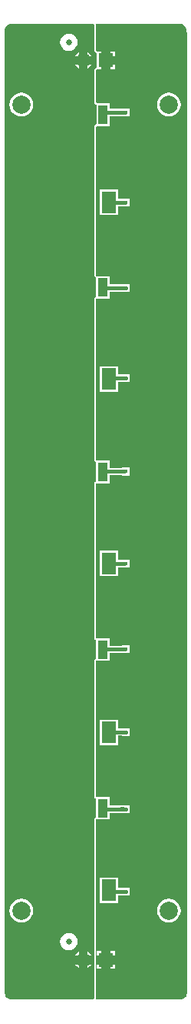
<source format=gtl>
G04*
G04 #@! TF.GenerationSoftware,Altium Limited,Altium Designer,20.1.14 (287)*
G04*
G04 Layer_Physical_Order=1*
G04 Layer_Color=255*
%FSLAX44Y44*%
%MOMM*%
G71*
G04*
G04 #@! TF.SameCoordinates,F9CCF83C-BBFD-4EAF-9253-F7A08A0B78FC*
G04*
G04*
G04 #@! TF.FilePolarity,Positive*
G04*
G01*
G75*
%ADD26C,0.4000*%
%ADD27R,1.6000X2.4000*%
%ADD28R,0.4500X0.4500*%
%ADD29R,2.1000X2.1000*%
%ADD30R,1.1000X2.1000*%
%ADD31R,1.5750X1.5750*%
%ADD32C,1.5750*%
%ADD33C,0.6500*%
%ADD34C,2.0000*%
G36*
X882338Y1298013D02*
X883721Y1297440D01*
X884966Y1296608D01*
X886025Y1295550D01*
X886857Y1294304D01*
X887430Y1292921D01*
X887722Y1291452D01*
Y1290704D01*
X887887Y1289874D01*
X888003Y1289037D01*
X888017Y1289012D01*
X888017Y233038D01*
Y232289D01*
X887725Y230820D01*
X887152Y229437D01*
X886320Y228191D01*
X885261Y227133D01*
X884016Y226301D01*
X882633Y225728D01*
X881164Y225435D01*
X788406D01*
X787508Y226334D01*
X787585Y422160D01*
X787590Y423428D01*
X802590D01*
Y430880D01*
X816650D01*
Y430708D01*
X825150D01*
Y439208D01*
X816650D01*
Y439036D01*
X802590D01*
Y448428D01*
X788494D01*
X787596Y449326D01*
X787655Y597825D01*
X802582D01*
Y606548D01*
X816650D01*
Y606377D01*
X825150D01*
Y614877D01*
X816650D01*
Y614705D01*
X802582D01*
Y622825D01*
X788563D01*
X787665Y623723D01*
X787732Y793152D01*
X802582D01*
Y802019D01*
X816650D01*
Y801847D01*
X825150D01*
Y810347D01*
X816650D01*
Y810176D01*
X802582D01*
Y818152D01*
X788641D01*
X787743Y819051D01*
X787813Y995993D01*
X802582D01*
Y1003763D01*
X816650D01*
Y1003591D01*
X825150D01*
Y1012091D01*
X816650D01*
Y1011919D01*
X802582D01*
Y1020993D01*
X788721D01*
X787823Y1021891D01*
X787887Y1184772D01*
X788025Y1185986D01*
X789295Y1185986D01*
X803024D01*
Y1196846D01*
X816650D01*
Y1196675D01*
X825150D01*
Y1205175D01*
X816650D01*
Y1205003D01*
X803024D01*
Y1210986D01*
X789168D01*
X787898Y1212203D01*
X787912Y1247474D01*
X788805Y1248374D01*
X789183Y1248374D01*
X793680D01*
Y1258249D01*
Y1268124D01*
X789191D01*
X787921Y1269028D01*
X787932Y1298306D01*
X880869D01*
X882338Y1298013D01*
D02*
G37*
G36*
X818680Y432739D02*
X818641Y432780D01*
X818521Y432818D01*
X818320Y432851D01*
X818040Y432879D01*
X816721Y432938D01*
X814680Y432958D01*
Y436958D01*
X818680Y437178D01*
Y432739D01*
D02*
G37*
G36*
X785893Y1297407D02*
X785882Y1269029D01*
X785915Y1268861D01*
X785910Y1268690D01*
X785992Y1268474D01*
X786037Y1268249D01*
X786132Y1268106D01*
X786193Y1267946D01*
X786350Y1267778D01*
X786478Y1267587D01*
X786621Y1267492D01*
X786738Y1267367D01*
X788008Y1266463D01*
X788218Y1266369D01*
X788410Y1266240D01*
X788578Y1266207D01*
X788734Y1266137D01*
X788805Y1266135D01*
Y1251613D01*
X788796Y1250414D01*
X788409Y1250335D01*
X788025Y1250258D01*
X788021Y1250256D01*
X788017Y1250255D01*
X787692Y1250036D01*
X787363Y1249816D01*
X787361Y1249813D01*
X787357Y1249810D01*
X786464Y1248910D01*
X786248Y1248583D01*
X786029Y1248255D01*
X786028Y1248251D01*
X786025Y1248247D01*
X785949Y1247858D01*
X785873Y1247475D01*
X785859Y1212204D01*
X785863Y1212183D01*
X785860Y1212161D01*
X785941Y1211793D01*
X786014Y1211424D01*
X786026Y1211405D01*
X786031Y1211384D01*
X786246Y1211076D01*
X786456Y1210762D01*
X786474Y1210750D01*
X786487Y1210732D01*
X787756Y1209514D01*
X788025Y1209343D01*
Y1188025D01*
X787745Y1187969D01*
X787460Y1187945D01*
X787358Y1187892D01*
X787244Y1187869D01*
X787007Y1187711D01*
X786753Y1187580D01*
X786679Y1187492D01*
X786582Y1187428D01*
X786424Y1187190D01*
X786240Y1186972D01*
X786205Y1186862D01*
X786141Y1186766D01*
X786085Y1186486D01*
X785998Y1186214D01*
X785861Y1185001D01*
X785871Y1184886D01*
X785848Y1184773D01*
X785784Y1021892D01*
X785784Y1021892D01*
X785784Y1021892D01*
X785871Y1021451D01*
X785939Y1021112D01*
X785939Y1021111D01*
X785939Y1021111D01*
X786132Y1020823D01*
X786380Y1020450D01*
X786381Y1020450D01*
X786381Y1020450D01*
X787279Y1019551D01*
X787279Y1019551D01*
X787279Y1019551D01*
X787582Y1019349D01*
Y997986D01*
X787448Y997960D01*
X787033Y997877D01*
X787033Y997877D01*
X787032Y997877D01*
X786746Y997685D01*
X786371Y997436D01*
X786371Y997435D01*
X786371Y997435D01*
X786171Y997137D01*
X785929Y996774D01*
X785929Y996774D01*
X785929Y996773D01*
X785853Y996394D01*
X785773Y995994D01*
X785703Y819051D01*
X785703Y819051D01*
X785703Y819051D01*
X785791Y818611D01*
X785858Y818271D01*
X785858Y818271D01*
X785859Y818271D01*
X786051Y817982D01*
X786300Y817609D01*
X786300Y817609D01*
X786300Y817609D01*
X787198Y816711D01*
X787198Y816711D01*
X787198Y816711D01*
X787582Y816454D01*
Y795162D01*
X787368Y795119D01*
X786953Y795037D01*
X786952Y795036D01*
X786952Y795036D01*
X786665Y794845D01*
X786291Y794595D01*
X786291Y794594D01*
X786290Y794594D01*
X786091Y794296D01*
X785849Y793933D01*
X785849Y793933D01*
X785848Y793933D01*
X785773Y793554D01*
X785693Y793153D01*
X785626Y623724D01*
X785626Y623724D01*
X785626Y623723D01*
X785714Y623283D01*
X785781Y622943D01*
X785781Y622943D01*
X785781Y622943D01*
X785974Y622654D01*
X786223Y622282D01*
X786223Y622281D01*
X786223Y622281D01*
X787121Y621383D01*
X787121Y621383D01*
X787121Y621383D01*
X787476Y621146D01*
X787582Y621075D01*
Y599850D01*
X787261Y599786D01*
X786875Y599709D01*
X786875Y599709D01*
X786875Y599709D01*
X786543Y599487D01*
X786214Y599267D01*
X786213Y599267D01*
X786213Y599267D01*
X785994Y598938D01*
X785771Y598606D01*
X785771Y598605D01*
X785771Y598605D01*
X785693Y598214D01*
X785616Y597826D01*
X785557Y449327D01*
X785557Y449327D01*
X785557Y449327D01*
X785645Y448886D01*
X785712Y448547D01*
X785712Y448547D01*
X785712Y448546D01*
X785905Y448258D01*
X786154Y447885D01*
X786154Y447885D01*
X786154Y447885D01*
X787052Y446987D01*
X787052Y446986D01*
X787052Y446986D01*
X787406Y446749D01*
X787590Y446626D01*
Y425467D01*
X787202Y425390D01*
X786818Y425315D01*
X786814Y425313D01*
X786810Y425312D01*
X786482Y425093D01*
X786154Y424876D01*
X786152Y424872D01*
X786149Y424870D01*
X785929Y424542D01*
X785710Y424216D01*
X785709Y424212D01*
X785706Y424208D01*
X785629Y423820D01*
X785551Y423436D01*
X785546Y422168D01*
X785547Y422165D01*
X785546Y422161D01*
X785469Y226334D01*
X785467Y226332D01*
X784603Y225546D01*
X784352Y225435D01*
X693851D01*
X692382Y225728D01*
X690999Y226301D01*
X689753Y227133D01*
X688695Y228191D01*
X687863Y229436D01*
X687290Y230820D01*
X686998Y232289D01*
Y233038D01*
X686997Y1290720D01*
X686968Y1290867D01*
X686989Y1291015D01*
X686777Y1291829D01*
X686995Y1292921D01*
X687568Y1294304D01*
X688400Y1295549D01*
X689458Y1296608D01*
X690704Y1297440D01*
X692087Y1298013D01*
X693556Y1298306D01*
X784995D01*
X785893Y1297407D01*
D02*
G37*
%LPC*%
G36*
X808555Y1268124D02*
X803680D01*
Y1263249D01*
X808555D01*
Y1268124D01*
D02*
G37*
G36*
Y1253249D02*
X803680D01*
Y1248374D01*
X808555D01*
Y1253249D01*
D02*
G37*
G36*
X868070Y1222702D02*
X864676Y1222255D01*
X861514Y1220946D01*
X858798Y1218862D01*
X856714Y1216146D01*
X855405Y1212984D01*
X854958Y1209590D01*
X855405Y1206196D01*
X856714Y1203034D01*
X858798Y1200318D01*
X861514Y1198234D01*
X864676Y1196925D01*
X868070Y1196478D01*
X871464Y1196925D01*
X874626Y1198234D01*
X877342Y1200318D01*
X879426Y1203034D01*
X880735Y1206196D01*
X881182Y1209590D01*
X880735Y1212984D01*
X879426Y1216146D01*
X877342Y1218862D01*
X874626Y1220946D01*
X871464Y1222255D01*
X868070Y1222702D01*
D02*
G37*
G36*
X811752Y1116400D02*
X791752D01*
Y1088400D01*
X811752D01*
Y1098011D01*
X816650D01*
Y1097840D01*
X825150D01*
Y1106340D01*
X816650D01*
Y1106168D01*
X811752D01*
Y1116400D01*
D02*
G37*
G36*
Y922011D02*
X791752D01*
Y894011D01*
X811752D01*
Y904929D01*
X816650D01*
Y904757D01*
X825150D01*
Y913257D01*
X816650D01*
Y913085D01*
X811752D01*
Y922011D01*
D02*
G37*
G36*
Y719172D02*
X791752D01*
Y691172D01*
X811752D01*
Y700808D01*
X816650D01*
Y700636D01*
X825150D01*
Y709136D01*
X816650D01*
Y708965D01*
X811752D01*
Y719172D01*
D02*
G37*
G36*
Y533235D02*
X791752D01*
Y505235D01*
X811752D01*
Y515707D01*
X816650D01*
Y515535D01*
X825150D01*
Y524035D01*
X816650D01*
Y523863D01*
X811752D01*
Y533235D01*
D02*
G37*
G36*
Y359713D02*
X791752D01*
Y331713D01*
X811752D01*
Y340086D01*
X816650D01*
Y339914D01*
X825150D01*
Y348414D01*
X816650D01*
Y348243D01*
X811752D01*
Y359713D01*
D02*
G37*
G36*
X868070Y336492D02*
X864676Y336045D01*
X861514Y334735D01*
X858798Y332652D01*
X856714Y329936D01*
X855405Y326774D01*
X854958Y323380D01*
X855405Y319986D01*
X856714Y316824D01*
X858798Y314108D01*
X861514Y312024D01*
X864676Y310715D01*
X868070Y310268D01*
X871464Y310715D01*
X874626Y312024D01*
X877342Y314108D01*
X879426Y316824D01*
X880735Y319986D01*
X881182Y323380D01*
X880735Y326774D01*
X879426Y329936D01*
X877342Y332652D01*
X874626Y334735D01*
X871464Y336045D01*
X868070Y336492D01*
D02*
G37*
G36*
X808555Y279039D02*
X803680D01*
Y274163D01*
X808555D01*
Y279039D01*
D02*
G37*
G36*
X793680D02*
X788805D01*
Y274163D01*
X793680D01*
Y279039D01*
D02*
G37*
G36*
X808555Y264163D02*
X803680D01*
Y259289D01*
X808555D01*
Y264163D01*
D02*
G37*
G36*
X793680D02*
X788805D01*
Y259289D01*
X793680D01*
Y264163D01*
D02*
G37*
G36*
X757680Y1287831D02*
X755200Y1287505D01*
X752889Y1286548D01*
X750904Y1285025D01*
X749382Y1283040D01*
X748425Y1280730D01*
X748098Y1278250D01*
X748425Y1275770D01*
X749382Y1273458D01*
X750904Y1271474D01*
X752889Y1269951D01*
X755200Y1268994D01*
X757680Y1268668D01*
X760160Y1268994D01*
X762471Y1269951D01*
X764455Y1271474D01*
X765978Y1273458D01*
X766935Y1275770D01*
X767262Y1278250D01*
X766935Y1280730D01*
X765978Y1283040D01*
X764455Y1285025D01*
X762471Y1286548D01*
X760160Y1287505D01*
X757680Y1287831D01*
D02*
G37*
G36*
X778680Y1266860D02*
Y1263249D01*
X782291D01*
X780723Y1265292D01*
X778680Y1266860D01*
D02*
G37*
G36*
X768680D02*
X766637Y1265292D01*
X765069Y1263249D01*
X768680D01*
Y1266860D01*
D02*
G37*
G36*
X782290Y1253249D02*
X778680D01*
Y1249639D01*
X780723Y1251207D01*
X782290Y1253249D01*
D02*
G37*
G36*
X768680D02*
X765070D01*
X766637Y1251207D01*
X768680Y1249639D01*
Y1253249D01*
D02*
G37*
G36*
X705350Y1222702D02*
X701956Y1222255D01*
X698794Y1220946D01*
X696078Y1218862D01*
X693995Y1216146D01*
X692685Y1212984D01*
X692238Y1209590D01*
X692685Y1206196D01*
X693995Y1203034D01*
X696078Y1200318D01*
X698794Y1198234D01*
X701956Y1196925D01*
X705350Y1196478D01*
X708744Y1196925D01*
X711906Y1198234D01*
X714622Y1200318D01*
X716705Y1203034D01*
X718015Y1206196D01*
X718462Y1209590D01*
X718015Y1212984D01*
X716705Y1216146D01*
X714622Y1218862D01*
X711906Y1220946D01*
X708744Y1222255D01*
X705350Y1222702D01*
D02*
G37*
G36*
Y336492D02*
X701956Y336045D01*
X698794Y334735D01*
X696078Y332652D01*
X693995Y329936D01*
X692685Y326774D01*
X692238Y323380D01*
X692685Y319986D01*
X693995Y316824D01*
X696078Y314108D01*
X698794Y312024D01*
X701956Y310715D01*
X705350Y310268D01*
X708744Y310715D01*
X711906Y312024D01*
X714622Y314108D01*
X716705Y316824D01*
X718015Y319986D01*
X718462Y323380D01*
X718015Y326774D01*
X716705Y329936D01*
X714622Y332652D01*
X711906Y334735D01*
X708744Y336045D01*
X705350Y336492D01*
D02*
G37*
G36*
X757680Y298745D02*
X755200Y298419D01*
X752889Y297462D01*
X750904Y295939D01*
X749382Y293955D01*
X748425Y291644D01*
X748098Y289163D01*
X748425Y286684D01*
X749382Y284373D01*
X750904Y282388D01*
X752889Y280865D01*
X755200Y279908D01*
X757680Y279582D01*
X760160Y279908D01*
X762471Y280865D01*
X764455Y282388D01*
X765978Y284373D01*
X766935Y286684D01*
X767262Y289163D01*
X766935Y291644D01*
X765978Y293955D01*
X764455Y295939D01*
X762471Y297462D01*
X760160Y298419D01*
X757680Y298745D01*
D02*
G37*
G36*
X778680Y277774D02*
Y274163D01*
X782290D01*
X780723Y276206D01*
X778680Y277774D01*
D02*
G37*
G36*
X768680D02*
X766637Y276206D01*
X765070Y274163D01*
X768680D01*
Y277774D01*
D02*
G37*
G36*
X782290Y264163D02*
X778680D01*
Y260553D01*
X780723Y262120D01*
X782290Y264163D01*
D02*
G37*
G36*
X768680D02*
X765070D01*
X766637Y262120D01*
X768680Y260553D01*
Y264163D01*
D02*
G37*
%LPD*%
D26*
X799428Y1200925D02*
G03*
X795082Y1199125I0J-6146D01*
G01*
X802312Y1102400D02*
G03*
X803060Y1102090I748J748D01*
G01*
X795082Y1008493D02*
G03*
X796656Y1007841I1574J1574D01*
G01*
X804716Y909007D02*
G03*
X802312Y908011I0J-3401D01*
G01*
X796156Y806097D02*
G03*
X795082Y805652I0J-1519D01*
G01*
X802312Y705172D02*
G03*
X803000Y704886I688J688D01*
G01*
X795811Y610627D02*
G03*
X795082Y610325I0J-1031D01*
G01*
X803640Y519785D02*
G03*
X802312Y519235I0J-1878D01*
G01*
X795082Y435657D02*
G03*
X796770Y434958I1688J1688D01*
G01*
X802312Y345713D02*
G03*
X806052Y344164I3740J3740D01*
G01*
X799428Y1200925D02*
X819681D01*
X803060Y1102090D02*
X819793D01*
X796656Y1007841D02*
X820900D01*
X804716Y909007D02*
X820900D01*
X796156Y806097D02*
X818650D01*
X803000Y704886D02*
X818650D01*
X795811Y610627D02*
X819702D01*
X803640Y519785D02*
X820900D01*
X796770Y434958D02*
X820900D01*
X806052Y344164D02*
X820900D01*
D27*
X773252Y345713D02*
D03*
X801752D02*
D03*
X773252Y1102400D02*
D03*
X801752D02*
D03*
X773252Y908011D02*
D03*
X801752D02*
D03*
X773252Y705172D02*
D03*
X801752D02*
D03*
X773252Y519235D02*
D03*
X801752D02*
D03*
D28*
X820900Y434958D02*
D03*
X828900D02*
D03*
Y1102090D02*
D03*
X820900D02*
D03*
X828900Y909007D02*
D03*
X820900D02*
D03*
X828900Y704886D02*
D03*
X820900D02*
D03*
X828900Y519785D02*
D03*
X820900D02*
D03*
X828900Y344164D02*
D03*
X820900D02*
D03*
Y1200925D02*
D03*
X828900D02*
D03*
Y1007841D02*
D03*
X820900D02*
D03*
X828900Y806097D02*
D03*
X820900D02*
D03*
X828900Y610627D02*
D03*
X820900D02*
D03*
D29*
X775090Y435928D02*
D03*
X775524Y1198486D02*
D03*
X775082Y1008493D02*
D03*
Y805652D02*
D03*
Y610325D02*
D03*
D30*
X795090Y435928D02*
D03*
X795524Y1198486D02*
D03*
X795082Y1008493D02*
D03*
Y805652D02*
D03*
Y610325D02*
D03*
D31*
X798680Y1258250D02*
D03*
Y269163D02*
D03*
D32*
X773680Y1258250D02*
D03*
Y269163D02*
D03*
D33*
X757680Y1278250D02*
D03*
Y289163D02*
D03*
D34*
X705350Y1209590D02*
D03*
X868070D02*
D03*
Y323380D02*
D03*
X705350D02*
D03*
M02*

</source>
